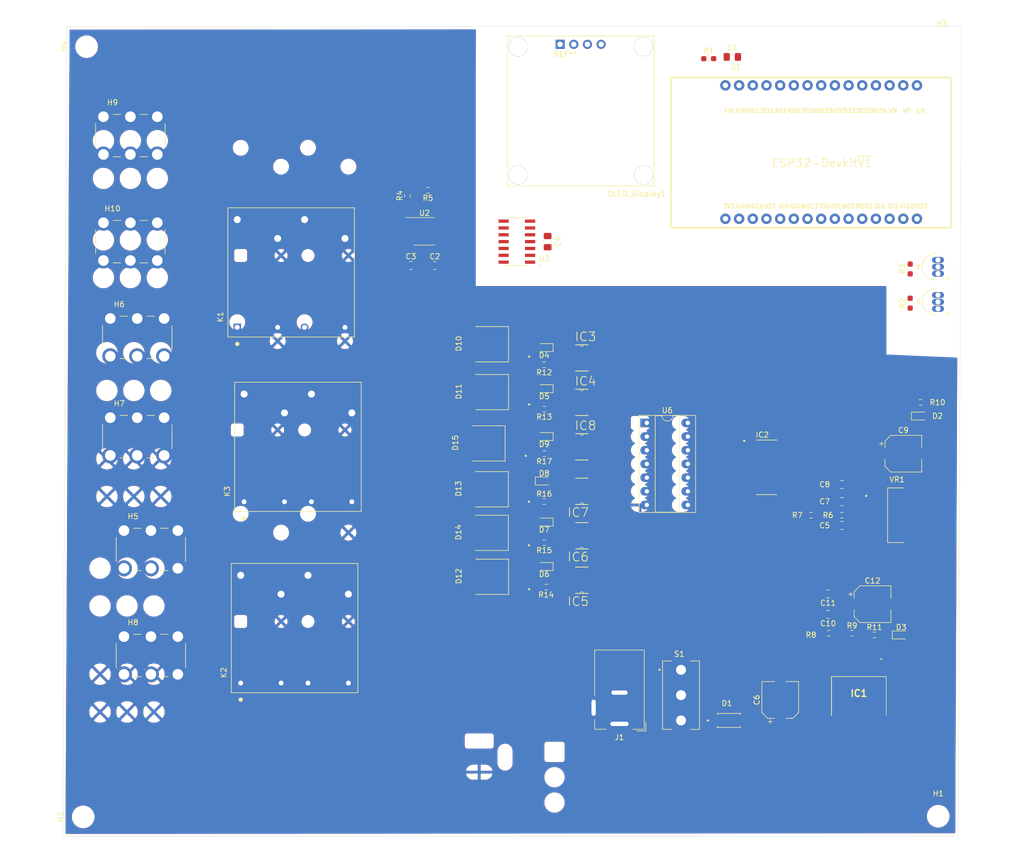
<source format=kicad_pcb>
(kicad_pcb (version 20171130) (host pcbnew "(5.1.10)-1")
  (layers (0 F.Cu signal) (31 B.Cu signal) (34 B.Paste user) (35 F.Paste user) (36 B.SilkS user) (37 F.SilkS user) (38 B.Mask user) (39 F.Mask user) (44 Edge.Cuts user))
  (net 0 "")
  (net 1 RESET)
  (net 2 DTR)
  (net 3 +3V3)
  (net 4 NEG_output)
  (net 5 Current_output_voltage)
  (net 6 +5V)
  (net 7 +12V)
  (net 8 Panel_A)
  (net 9 Panel_B)
  (net 10 Panel_C)
  (net 11 "Net-(D10-Pad2)")
  (net 12 "Net-(IC2-Pad6)")
  (net 13 "Net-(D11-Pad2)")
  (net 14 "Net-(IC3-Pad6)")
  (net 15 "Net-(IC3-Pad3)")
  (net 16 "Net-(IC3-Pad2)")
  (net 17 "Net-(D12-Pad2)")
  (net 18 "Net-(IC4-Pad6)")
  (net 19 "Net-(IC4-Pad3)")
  (net 20 "Net-(IC4-Pad2)")
  (net 21 "Net-(D14-Pad2)")
  (net 22 "Net-(IC5-Pad6)")
  (net 23 "Net-(IC5-Pad3)")
  (net 24 "Net-(IC5-Pad2)")
  (net 25 "Net-(D13-Pad2)")
  (net 26 "Net-(IC6-Pad6)")
  (net 27 "Net-(IC6-Pad3)")
  (net 28 "Net-(IC6-Pad2)")
  (net 29 "Net-(D15-Pad2)")
  (net 30 "Net-(IC7-Pad6)")
  (net 31 "Net-(IC7-Pad3)")
  (net 32 "Net-(IC7-Pad2)")
  (net 33 POS_output)
  (net 34 Panel_D)
  (net 35 Control_Signal1)
  (net 36 Control_Signal)
  (net 37 "Net-(U1-Pad17)")
  (net 38 "Net-(U1-Pad18)")
  (net 39 Temp_Output1)
  (net 40 Temp_Output)
  (net 41 "Net-(U1-Pad23)")
  (net 42 "Net-(U1-Pad24)")
  (net 43 "Net-(U1-Pad26)")
  (net 44 "Net-(U1-Pad27)")
  (net 45 GND1)
  (net 46 "Net-(U1-Pad15)")
  (net 47 SCL)
  (net 48 "Net-(U1-Pad13)")
  (net 49 "Net-(U1-Pad12)")
  (net 50 SDA)
  (net 51 "Net-(U1-Pad10)")
  (net 52 "Net-(U1-Pad9)")
  (net 53 "Net-(U1-Pad8)")
  (net 54 "Net-(U1-Pad7)")
  (net 55 "Net-(U1-Pad6)")
  (net 56 "Net-(U1-Pad5)")
  (net 57 "Net-(U1-Pad4)")
  (net 58 "Net-(U1-Pad3)")
  (net 59 "Net-(U1-Pad2)")
  (net 60 "Net-(U1-Pad1)")
  (net 61 "Net-(U3-Pad12)")
  (net 62 "Net-(U3-Pad11)")
  (net 63 "Net-(U3-Pad4)")
  (net 64 "Net-(U3-Pad3)")
  (net 65 VOLT_output)
  (net 66 "Net-(D2-Pad2)")
  (net 67 "Net-(D3-Pad2)")
  (net 68 "Net-(D4-Pad1)")
  (net 69 "Net-(D5-Pad1)")
  (net 70 "Net-(D6-Pad1)")
  (net 71 "Net-(D7-Pad1)")
  (net 72 "Net-(D8-Pad1)")
  (net 73 "Net-(D9-Pad1)")
  (net 74 "Net-(R6-Pad2)")
  (net 75 "Net-(D1-Pad2)")
  (net 76 "Net-(C3-Pad2)")
  (net 77 "Net-(IC1-Pad1)")
  (net 78 "Net-(IC2-Pad12)")
  (net 79 "Net-(IC2-Pad11)")
  (net 80 "Net-(IC2-Pad10)")
  (net 81 "Net-(IC2-Pad9)")
  (net 82 "Net-(IC2-Pad7)")
  (net 83 "Net-(IC2-Pad5)")
  (net 84 "Net-(IC2-Pad4)")
  (net 85 "Net-(IC8-Pad6)")
  (net 86 "Net-(IC8-Pad3)")
  (net 87 "Net-(IC8-Pad2)")
  (module DIOM5226X240N:DIOM5226X240N (layer F.Cu) (at 149.86 142.875)
    (fp_text reference D1 (at -0.375 -3.1875) (layer F.SilkS))
    (fp_text value D_Schottky)
    (pad 1 smd rect (at 2.135 0) (size 2.33 1.55) (layers F.Cu F.Paste F.Mask) (net 7 +12V))
    (pad 2 smd rect (at -2.135 0) (size 2.33 1.55) (layers F.Cu F.Paste F.Mask) (net 75 "Net-(D1-Pad2)"))
  )
  (module AH864C_STP:OLEDdisplay (layer F.Cu) (at 108.585 43.815)
    (fp_text reference OLED_Display1 (at 24.13 1.27) (layer F.SilkS))
    (fp_text value Conn_01x04)
    (fp_text user REF** (at 10.8966 -24.6126 180) (layer F.SilkS))
    (pad "" thru_hole circle (at 2.1336 -26.0096) (size 3.5 3.5) (drill 3.5) (layers *.Cu *.Mask))
    (pad "" thru_hole circle (at 2.1336 -2.2352) (size 3.5 3.5) (drill 3.5) (layers *.Cu *.Mask))
    (pad "" thru_hole circle (at 25.4254 -2.2098) (size 3.5 3.5) (drill 3.5) (layers *.Cu *.Mask))
    (pad 3 thru_hole oval (at 15.0114 -26.4668 90) (size 1.7 1.7) (drill 1) (layers *.Cu *.Mask) (net 47 SCL))
    (pad 4 thru_hole oval (at 17.5514 -26.4668 90) (size 1.7 1.7) (drill 1) (layers *.Cu *.Mask) (net 50 SDA))
    (pad 1 thru_hole rect (at 9.9314 -26.4668 90) (size 1.7 1.7) (drill 1) (layers *.Cu *.Mask) (net 1 RESET))
    (pad 2 thru_hole oval (at 12.4714 -26.4668 90) (size 1.7 1.7) (drill 1) (layers *.Cu *.Mask) (net 6 +5V))
    (pad "" thru_hole circle (at 25.4 -26.035) (size 3.5 3.5) (drill 3.5) (layers *.Cu *.Mask))
  )
  (module LM1117SX-3:TO254P1435X464-4N (layer F.Cu) (at 181.895 104.775)
    (fp_text reference VR1 (at -0.825 -6.635) (layer F.SilkS))
    (fp_text value LM1117SX-3.3_NOPB)
    (pad 4 smd rect (at 4.16 0) (size 6.84 10.58) (layers F.Cu F.Mask) (net 3 +3V3))
    (pad 3 smd rect (at -6.19 2.54) (size 2.79 1.05) (layers F.Cu F.Paste F.Mask) (net 7 +12V))
    (pad 2 smd rect (at -6.19 0) (size 2.79 1.05) (layers F.Cu F.Paste F.Mask) (net 3 +3V3))
    (pad 1 smd rect (at -6.19 -2.54) (size 2.79 1.05) (layers F.Cu F.Paste F.Mask) (net 74 "Net-(R6-Pad2)"))
  )
  (module Package_DIP:DIP-14_W7.62mm_Socket_LongPads (layer F.Cu) (at 134.62 87.63)
    (fp_text reference U6 (at 3.81 -2.33) (layer F.SilkS))
    (fp_text value SN74HCT04PW)
    (pad 14 thru_hole oval (at 7.62 0) (size 2.4 1.6) (drill 0.8) (layers *.Cu *.Mask) (net 6 +5V))
    (pad 7 thru_hole oval (at 0 15.24) (size 2.4 1.6) (drill 0.8) (layers *.Cu *.Mask) (net 4 NEG_output))
    (pad 13 thru_hole oval (at 7.62 2.54) (size 2.4 1.6) (drill 0.8) (layers *.Cu *.Mask) (net 83 "Net-(IC2-Pad5)"))
    (pad 6 thru_hole oval (at 0 12.7) (size 2.4 1.6) (drill 0.8) (layers *.Cu *.Mask) (net 87 "Net-(IC8-Pad2)"))
    (pad 12 thru_hole oval (at 7.62 5.08) (size 2.4 1.6) (drill 0.8) (layers *.Cu *.Mask) (net 16 "Net-(IC3-Pad2)"))
    (pad 5 thru_hole oval (at 0 10.16) (size 2.4 1.6) (drill 0.8) (layers *.Cu *.Mask) (net 81 "Net-(IC2-Pad9)"))
    (pad 11 thru_hole oval (at 7.62 7.62) (size 2.4 1.6) (drill 0.8) (layers *.Cu *.Mask) (net 12 "Net-(IC2-Pad6)"))
    (pad 4 thru_hole oval (at 0 7.62) (size 2.4 1.6) (drill 0.8) (layers *.Cu *.Mask) (net 32 "Net-(IC7-Pad2)"))
    (pad 10 thru_hole oval (at 7.62 10.16) (size 2.4 1.6) (drill 0.8) (layers *.Cu *.Mask) (net 20 "Net-(IC4-Pad2)"))
    (pad 3 thru_hole oval (at 0 5.08) (size 2.4 1.6) (drill 0.8) (layers *.Cu *.Mask) (net 80 "Net-(IC2-Pad10)"))
    (pad 9 thru_hole oval (at 7.62 12.7) (size 2.4 1.6) (drill 0.8) (layers *.Cu *.Mask) (net 82 "Net-(IC2-Pad7)"))
    (pad 2 thru_hole oval (at 0 2.54) (size 2.4 1.6) (drill 0.8) (layers *.Cu *.Mask) (net 28 "Net-(IC6-Pad2)"))
    (pad 8 thru_hole oval (at 7.62 15.24) (size 2.4 1.6) (drill 0.8) (layers *.Cu *.Mask) (net 24 "Net-(IC5-Pad2)"))
    (pad 1 thru_hole rect (at 0 0) (size 2.4 1.6) (drill 0.8) (layers *.Cu *.Mask) (net 79 "Net-(IC2-Pad11)"))
  )
  (module DS18B20:TO-92-TO92127P495H2044-3 (layer F.Cu) (at 187.920076 58.648898 90)
    (fp_text reference U5 (at 0.0195 -2.84316 90) (layer F.SilkS) (effects (font (size 0.48093 0.48093))))
    (fp_text value DS18B20)
    (pad 1 thru_hole oval (at -1.27 0.76025 90) (size 1.11 2.22) (drill 0.93) (layers *.Cu *.Mask) (net 1 RESET))
    (pad 2 thru_hole oval (at 0 0.76025 90) (size 1.11 2.22) (drill 0.93) (layers *.Cu *.Mask) (net 40 Temp_Output))
    (pad 3 thru_hole oval (at 1.27 0.76025 90) (size 1.11 2.22) (drill 0.93) (layers *.Cu *.Mask) (net 3 +3V3))
  )
  (module DS18B20:TO-92-TO92127P495H2044-3 (layer F.Cu) (at 187.920076 65.168898 90)
    (fp_text reference U4 (at 0.0195 -2.84316 90) (layer F.SilkS) (effects (font (size 0.48093 0.48093))))
    (fp_text value DS18B20)
    (pad 1 thru_hole oval (at -1.27 0.76025 90) (size 1.11 2.22) (drill 0.93) (layers *.Cu *.Mask) (net 1 RESET))
    (pad 2 thru_hole oval (at 0 0.76025 90) (size 1.11 2.22) (drill 0.93) (layers *.Cu *.Mask) (net 40 Temp_Output))
    (pad 3 thru_hole oval (at 1.27 0.76025 90) (size 1.11 2.22) (drill 0.93) (layers *.Cu *.Mask) (net 3 +3V3))
  )
  (module MCP3428-E_SL:SOIC127P600X175-14N (layer F.Cu) (at 110.49 53.975 180)
    (fp_text reference U3 (at -5.08 -3.175) (layer F.SilkS))
    (fp_text value MCP3428-E_SL)
    (pad 14 smd roundrect (at 2.455 -3.81 180) (size 1.9 0.6) (layers F.Cu F.Paste F.Mask) (roundrect_rratio 0.07000000000000001) (net 1 RESET))
    (pad 13 smd roundrect (at 2.455 -2.54 180) (size 1.9 0.6) (layers F.Cu F.Paste F.Mask) (roundrect_rratio 0.07000000000000001) (net 5 Current_output_voltage))
    (pad 12 smd roundrect (at 2.455 -1.27 180) (size 1.9 0.6) (layers F.Cu F.Paste F.Mask) (roundrect_rratio 0.07000000000000001) (net 61 "Net-(U3-Pad12)"))
    (pad 11 smd roundrect (at 2.455 0 180) (size 1.9 0.6) (layers F.Cu F.Paste F.Mask) (roundrect_rratio 0.07000000000000001) (net 62 "Net-(U3-Pad11)"))
    (pad 10 smd roundrect (at 2.455 1.27 180) (size 1.9 0.6) (layers F.Cu F.Paste F.Mask) (roundrect_rratio 0.07000000000000001) (net 1 RESET))
    (pad 9 smd roundrect (at 2.455 2.54 180) (size 1.9 0.6) (layers F.Cu F.Paste F.Mask) (roundrect_rratio 0.07000000000000001) (net 1 RESET))
    (pad 8 smd roundrect (at 2.455 3.81 180) (size 1.9 0.6) (layers F.Cu F.Paste F.Mask) (roundrect_rratio 0.07000000000000001) (net 47 SCL))
    (pad 7 smd roundrect (at -2.455 3.81 180) (size 1.9 0.6) (layers F.Cu F.Paste F.Mask) (roundrect_rratio 0.07000000000000001) (net 50 SDA))
    (pad 6 smd roundrect (at -2.455 2.54 180) (size 1.9 0.6) (layers F.Cu F.Paste F.Mask) (roundrect_rratio 0.07000000000000001) (net 6 +5V))
    (pad 5 smd roundrect (at -2.455 1.27 180) (size 1.9 0.6) (layers F.Cu F.Paste F.Mask) (roundrect_rratio 0.07000000000000001) (net 1 RESET))
    (pad 4 smd roundrect (at -2.455 0 180) (size 1.9 0.6) (layers F.Cu F.Paste F.Mask) (roundrect_rratio 0.07000000000000001) (net 63 "Net-(U3-Pad4)"))
    (pad 3 smd roundrect (at -2.455 -1.27 180) (size 1.9 0.6) (layers F.Cu F.Paste F.Mask) (roundrect_rratio 0.07000000000000001) (net 64 "Net-(U3-Pad3)"))
    (pad 2 smd roundrect (at -2.455 -2.54 180) (size 1.9 0.6) (layers F.Cu F.Paste F.Mask) (roundrect_rratio 0.07000000000000001) (net 1 RESET))
    (pad 1 smd roundrect (at -2.455 -3.81 180) (size 1.9 0.6) (layers F.Cu F.Paste F.Mask) (roundrect_rratio 0.07000000000000001) (net 65 VOLT_output))
  )
  (module Package_SO:SOIC-8_3.9x4.9mm_P1.27mm (layer F.Cu) (at 93.345 52.07)
    (fp_text reference U2 (at 0 -3.4) (layer F.SilkS))
    (fp_text value ACS714xLCTR-30A)
    (pad 8 smd roundrect (at 2.475 -1.905) (size 1.95 0.6) (layers F.Cu F.Paste F.Mask) (net 6 +5V))
    (pad 7 smd roundrect (at 2.475 -0.635) (size 1.95 0.6) (layers F.Cu F.Paste F.Mask) (net 5 Current_output_voltage))
    (pad 6 smd roundrect (at 2.475 0.635) (size 1.95 0.6) (layers F.Cu F.Paste F.Mask) (net 76 "Net-(C3-Pad2)"))
    (pad 5 smd roundrect (at 2.475 1.905) (size 1.95 0.6) (layers F.Cu F.Paste F.Mask) (net 4 NEG_output))
    (pad 4 smd roundrect (at -2.475 1.905) (size 1.95 0.6) (layers F.Cu F.Paste F.Mask) (net 4 NEG_output))
    (pad 3 smd roundrect (at -2.475 0.635) (size 1.95 0.6) (layers F.Cu F.Paste F.Mask) (net 4 NEG_output))
    (pad 2 smd roundrect (at -2.475 -0.635) (size 1.95 0.6) (layers F.Cu F.Paste F.Mask) (net 33 POS_output))
    (pad 1 smd roundrect (at -2.475 -1.905) (size 1.95 0.6) (layers F.Cu F.Paste F.Mask) (net 33 POS_output))
  )
  (module ESP32DEVKITV1:ESP32-DEVKITV1 (layer F.Cu) (at 172.085 36.195)
    (fp_text reference U1 (at -20.955 -14.605) (layer F.SilkS))
    (fp_text value ESP32DEVKITV1)
    (fp_text user ESP32-Devkit~V1 (at -4.93 3.18) (layer F.SilkS) (effects (font (size 1.52 1.52))))
    (fp_text user EN (at 13.37 -6.52) (layer F.SilkS) (effects (font (size 0.8 0.8))))
    (fp_text user VP (at 10.83 -6.52) (layer F.SilkS) (effects (font (size 0.8 0.8))))
    (fp_text user VN (at 8.29 -6.52) (layer F.SilkS) (effects (font (size 0.8 0.8))))
    (fp_text user IO34 (at 5.75 -6.52) (layer F.SilkS) (effects (font (size 0.8 0.8))))
    (fp_text user IO35 (at 3.21 -6.52) (layer F.SilkS) (effects (font (size 0.8 0.8))))
    (fp_text user IO32 (at 0.67 -6.52) (layer F.SilkS) (effects (font (size 0.8 0.8))))
    (fp_text user IO33 (at -1.87 -6.52) (layer F.SilkS) (effects (font (size 0.8 0.8))))
    (fp_text user IO25 (at -4.41 -6.52) (layer F.SilkS) (effects (font (size 0.8 0.8))))
    (fp_text user IO26 (at -6.95 -6.52) (layer F.SilkS) (effects (font (size 0.8 0.8))))
    (fp_text user IO27 (at -9.49 -6.52) (layer F.SilkS) (effects (font (size 0.8 0.8))))
    (fp_text user IO14 (at -12.03 -6.52) (layer F.SilkS) (effects (font (size 0.8 0.8))))
    (fp_text user IO12 (at -14.57 -6.52) (layer F.SilkS) (effects (font (size 0.8 0.8))))
    (fp_text user IO13 (at -17.11 -6.52) (layer F.SilkS) (effects (font (size 0.8 0.8))))
    (fp_text user GND (at -19.65 -6.52) (layer F.SilkS) (effects (font (size 0.8 0.8))))
    (fp_text user VIN (at -22.19 -6.52) (layer F.SilkS) (effects (font (size 0.8 0.8))))
    (fp_text user IO23 (at 13.35 11.2) (layer F.SilkS) (effects (font (size 0.8 0.8))))
    (fp_text user IO22 (at 10.81 11.2) (layer F.SilkS) (effects (font (size 0.8 0.8))))
    (fp_text user IO1 (at 8.27 11.2) (layer F.SilkS) (effects (font (size 0.8 0.8))))
    (fp_text user IO3 (at 5.73 11.2) (layer F.SilkS) (effects (font (size 0.8 0.8))))
    (fp_text user IO21 (at 3.19 11.2) (layer F.SilkS) (effects (font (size 0.8 0.8))))
    (fp_text user IO19 (at 0.65 11.2) (layer F.SilkS) (effects (font (size 0.8 0.8))))
    (fp_text user IO18 (at -1.89 11.2) (layer F.SilkS) (effects (font (size 0.8 0.8))))
    (fp_text user IO5 (at -4.43 11.2) (layer F.SilkS) (effects (font (size 0.8 0.8))))
    (fp_text user IO17 (at -6.97 11.2) (layer F.SilkS) (effects (font (size 0.8 0.8))))
    (fp_text user IO16 (at -9.51 11.2) (layer F.SilkS) (effects (font (size 0.8 0.8))))
    (fp_text user IO4 (at -12.05 11.2) (layer F.SilkS) (effects (font (size 0.8 0.8))))
    (fp_text user IO2 (at -14.59 11.2) (layer F.SilkS) (effects (font (size 0.8 0.8))))
    (fp_text user IO15 (at -17.13 11.2) (layer F.SilkS) (effects (font (size 0.8 0.8))))
    (fp_text user GND (at -19.67 11.2) (layer F.SilkS) (effects (font (size 0.8 0.8))))
    (fp_text user 3V3 (at -22.21 11.2) (layer F.SilkS) (effects (font (size 0.8 0.8))))
    (pad 16 thru_hole circle (at 12.69 -11.23) (size 1.9304 1.9304) (drill 1) (layers *.Cu *.Mask) (net 1 RESET))
    (pad 17 thru_hole circle (at 10.15 -11.23) (size 1.9304 1.9304) (drill 1) (layers *.Cu *.Mask) (net 37 "Net-(U1-Pad17)"))
    (pad 18 thru_hole circle (at 7.61 -11.23) (size 1.9304 1.9304) (drill 1) (layers *.Cu *.Mask) (net 38 "Net-(U1-Pad18)"))
    (pad 19 thru_hole circle (at 5.07 -11.23) (size 1.9304 1.9304) (drill 1) (layers *.Cu *.Mask) (net 39 Temp_Output1))
    (pad 20 thru_hole circle (at 2.53 -11.23) (size 1.9304 1.9304) (drill 1) (layers *.Cu *.Mask) (net 40 Temp_Output))
    (pad 21 thru_hole circle (at -0.01 -11.23) (size 1.9304 1.9304) (drill 1) (layers *.Cu *.Mask) (net 35 Control_Signal1))
    (pad 22 thru_hole circle (at -2.55 -11.23) (size 1.9304 1.9304) (drill 1) (layers *.Cu *.Mask) (net 36 Control_Signal))
    (pad 23 thru_hole circle (at -5.09 -11.23) (size 1.9304 1.9304) (drill 1) (layers *.Cu *.Mask) (net 41 "Net-(U1-Pad23)"))
    (pad 24 thru_hole circle (at -7.63 -11.23) (size 1.9304 1.9304) (drill 1) (layers *.Cu *.Mask) (net 42 "Net-(U1-Pad24)"))
    (pad 25 thru_hole circle (at -10.17 -11.23) (size 1.9304 1.9304) (drill 1) (layers *.Cu *.Mask))
    (pad 26 thru_hole circle (at -12.71 -11.23) (size 1.9304 1.9304) (drill 1) (layers *.Cu *.Mask) (net 43 "Net-(U1-Pad26)"))
    (pad 27 thru_hole circle (at -15.25 -11.23) (size 1.9304 1.9304) (drill 1) (layers *.Cu *.Mask) (net 44 "Net-(U1-Pad27)"))
    (pad 28 thru_hole circle (at -17.79 -11.23) (size 1.9304 1.9304) (drill 1) (layers *.Cu *.Mask) (net 1 RESET))
    (pad 29 thru_hole circle (at -20.33 -11.23) (size 1.9304 1.9304) (drill 1) (layers *.Cu *.Mask))
    (pad 30 thru_hole circle (at -22.87 -11.23) (size 1.9304 1.9304) (drill 1) (layers *.Cu *.Mask) (net 6 +5V))
    (pad 15 thru_hole circle (at 12.69 13.54) (size 1.9304 1.9304) (drill 1) (layers *.Cu *.Mask) (net 46 "Net-(U1-Pad15)"))
    (pad 14 thru_hole circle (at 10.15 13.54) (size 1.9304 1.9304) (drill 1) (layers *.Cu *.Mask) (net 47 SCL))
    (pad 13 thru_hole circle (at 7.61 13.54) (size 1.9304 1.9304) (drill 1) (layers *.Cu *.Mask) (net 48 "Net-(U1-Pad13)"))
    (pad 12 thru_hole circle (at 5.07 13.54) (size 1.9304 1.9304) (drill 1) (layers *.Cu *.Mask) (net 49 "Net-(U1-Pad12)"))
    (pad 11 thru_hole circle (at 2.53 13.54) (size 1.9304 1.9304) (drill 1) (layers *.Cu *.Mask) (net 50 SDA))
    (pad 10 thru_hole circle (at -0.01 13.54) (size 1.9304 1.9304) (drill 1) (layers *.Cu *.Mask) (net 51 "Net-(U1-Pad10)"))
    (pad 9 thru_hole circle (at -2.55 13.54) (size 1.9304 1.9304) (drill 1) (layers *.Cu *.Mask) (net 52 "Net-(U1-Pad9)"))
    (pad 8 thru_hole circle (at -5.09 13.54) (size 1.9304 1.9304) (drill 1) (layers *.Cu *.Mask) (net 53 "Net-(U1-Pad8)"))
    (pad 7 thru_hole circle (at -7.63 13.54) (size 1.9304 1.9304) (drill 1) (layers *.Cu *.Mask) (net 54 "Net-(U1-Pad7)"))
    (pad 6 thru_hole circle (at -10.17 13.54) (size 1.9304 1.9304) (drill 1) (layers *.Cu *.Mask) (net 55 "Net-(U1-Pad6)"))
    (pad 5 thru_hole circle (at -12.71 13.54) (size 1.9304 1.9304) (drill 1) (layers *.Cu *.Mask) (net 56 "Net-(U1-Pad5)"))
    (pad 4 thru_hole circle (at -15.25 13.54) (size 1.9304 1.9304) (drill 1) (layers *.Cu *.Mask) (net 57 "Net-(U1-Pad4)"))
    (pad 3 thru_hole circle (at -17.79 13.54) (size 1.9304 1.9304) (drill 1) (layers *.Cu *.Mask) (net 58 "Net-(U1-Pad3)"))
    (pad 2 thru_hole circle (at -20.33 13.54) (size 1.9304 1.9304) (drill 1) (layers *.Cu *.Mask) (net 59 "Net-(U1-Pad2)"))
    (pad 1 thru_hole circle (at -22.87 13.54) (size 1.9304 1.9304) (drill 1) (layers *.Cu *.Mask) (net 60 "Net-(U1-Pad1)"))
  )
  (module 100SP1T1B4M2QE:SW_100SP1T1B4M2QE (layer F.Cu) (at 140.97 138.175)
    (fp_text reference S1 (at -0.325 -7.635) (layer F.SilkS))
    (fp_text value 100SP1T1B4M2QE)
    (pad 3 thru_hole circle (at 0 4.7) (size 2.775 2.775) (drill 1.85) (layers *.Cu *.Mask) (net 75 "Net-(D1-Pad2)"))
    (pad 2 thru_hole circle (at 0 0) (size 2.775 2.775) (drill 1.85) (layers *.Cu *.Mask) (net 7 +12V))
    (pad 1 thru_hole rect (at 0 -4.7) (size 2.775 2.775) (drill 1.85) (layers *.Cu *.Mask) (net 4 NEG_output))
  )
  (module Resistor_SMD:R_0603_1608Metric_Pad0.98x0.95mm_HandSolder (layer F.Cu) (at 115.57 93.345 180)
    (fp_text reference R17 (at 0 -1.43) (layer F.SilkS))
    (fp_text value 560)
    (pad 2 smd roundrect (at 0.9125 0 180) (size 0.975 0.95) (layers F.Cu F.Paste F.Mask) (net 4 NEG_output))
    (pad 1 smd roundrect (at -0.9125 0 180) (size 0.975 0.95) (layers F.Cu F.Paste F.Mask) (net 73 "Net-(D9-Pad1)"))
  )
  (module Resistor_SMD:R_0603_1608Metric_Pad0.98x0.95mm_HandSolder (layer F.Cu) (at 115.57 102.235)
    (fp_text reference R16 (at 0 -1.43) (layer F.SilkS))
    (fp_text value 560)
    (pad 2 smd roundrect (at 0.9125 0) (size 0.975 0.95) (layers F.Cu F.Paste F.Mask) (net 4 NEG_output))
    (pad 1 smd roundrect (at -0.9125 0) (size 0.975 0.95) (layers F.Cu F.Paste F.Mask) (net 72 "Net-(D8-Pad1)"))
  )
  (module Resistor_SMD:R_0603_1608Metric_Pad0.98x0.95mm_HandSolder (layer F.Cu) (at 115.57 109.855 180)
    (fp_text reference R15 (at 0 -1.43) (layer F.SilkS))
    (fp_text value 560)
    (pad 2 smd roundrect (at 0.9125 0 180) (size 0.975 0.95) (layers F.Cu F.Paste F.Mask) (net 4 NEG_output))
    (pad 1 smd roundrect (at -0.9125 0 180) (size 0.975 0.95) (layers F.Cu F.Paste F.Mask) (net 71 "Net-(D7-Pad1)"))
  )
  (module Resistor_SMD:R_0603_1608Metric_Pad0.98x0.95mm_HandSolder (layer F.Cu) (at 115.9275 118.11 180)
    (fp_text reference R14 (at 0 -1.43) (layer F.SilkS))
    (fp_text value 560)
    (pad 2 smd roundrect (at 0.9125 0 180) (size 0.975 0.95) (layers F.Cu F.Paste F.Mask) (net 4 NEG_output))
    (pad 1 smd roundrect (at -0.9125 0 180) (size 0.975 0.95) (layers F.Cu F.Paste F.Mask) (net 70 "Net-(D6-Pad1)"))
  )
  (module Resistor_SMD:R_0603_1608Metric_Pad0.98x0.95mm_HandSolder (layer F.Cu) (at 115.57 85.09 180)
    (fp_text reference R13 (at 0 -1.43) (layer F.SilkS))
    (fp_text value 560)
    (pad 2 smd roundrect (at 0.9125 0 180) (size 0.975 0.95) (layers F.Cu F.Paste F.Mask) (net 4 NEG_output))
    (pad 1 smd roundrect (at -0.9125 0 180) (size 0.975 0.95) (layers F.Cu F.Paste F.Mask) (net 69 "Net-(D5-Pad1)"))
  )
  (module Resistor_SMD:R_0603_1608Metric_Pad0.98x0.95mm_HandSolder (layer F.Cu) (at 115.57 76.835 180)
    (fp_text reference R12 (at 0 -1.43) (layer F.SilkS))
    (fp_text value 560)
    (pad 2 smd roundrect (at 0.9125 0 180) (size 0.975 0.95) (layers F.Cu F.Paste F.Mask) (net 4 NEG_output))
    (pad 1 smd roundrect (at -0.9125 0 180) (size 0.975 0.95) (layers F.Cu F.Paste F.Mask) (net 68 "Net-(D4-Pad1)"))
  )
  (module Resistor_SMD:R_0603_1608Metric_Pad0.98x0.95mm_HandSolder (layer F.Cu) (at 176.8875 127)
    (fp_text reference R11 (at 0 -1.43) (layer F.SilkS))
    (fp_text value 1k)
    (pad 2 smd roundrect (at 0.9125 0) (size 0.975 0.95) (layers F.Cu F.Paste F.Mask) (net 67 "Net-(D3-Pad2)"))
    (pad 1 smd roundrect (at -0.9125 0) (size 0.975 0.95) (layers F.Cu F.Paste F.Mask) (net 6 +5V))
  )
  (module Resistor_SMD:R_0603_1608Metric_Pad0.98x0.95mm_HandSolder (layer F.Cu) (at 185.42 83.82)
    (fp_text reference R10 (at 3.175 0) (layer F.SilkS))
    (fp_text value 1k)
    (pad 2 smd roundrect (at 0.9125 0) (size 0.975 0.95) (layers F.Cu F.Paste F.Mask) (net 66 "Net-(D2-Pad2)"))
    (pad 1 smd roundrect (at -0.9125 0) (size 0.975 0.95) (layers F.Cu F.Paste F.Mask) (net 3 +3V3))
  )
  (module Resistor_SMD:R_0603_1608Metric_Pad0.98x0.95mm_HandSolder (layer F.Cu) (at 172.721 126.708)
    (fp_text reference R9 (at 0 -1.43) (layer F.SilkS))
    (fp_text value 715)
    (pad 2 smd roundrect (at 0.9125 0) (size 0.975 0.95) (layers F.Cu F.Paste F.Mask) (net 4 NEG_output))
    (pad 1 smd roundrect (at -0.9125 0) (size 0.975 0.95) (layers F.Cu F.Paste F.Mask) (net 77 "Net-(IC1-Pad1)"))
  )
  (module Resistor_SMD:R_0603_1608Metric_Pad0.98x0.95mm_HandSolder (layer F.Cu) (at 168.371 126.708)
    (fp_text reference R8 (at -3.271 0.292) (layer F.SilkS))
    (fp_text value 240)
    (pad 2 smd roundrect (at 0.9125 0) (size 0.975 0.95) (layers F.Cu F.Paste F.Mask) (net 77 "Net-(IC1-Pad1)"))
    (pad 1 smd roundrect (at -0.9125 0) (size 0.975 0.95) (layers F.Cu F.Paste F.Mask) (net 6 +5V))
  )
  (module Resistor_SMD:R_0603_1608Metric_Pad0.98x0.95mm_HandSolder (layer F.Cu) (at 165.1 104.775 180)
    (fp_text reference R7 (at 2.54 0) (layer F.SilkS))
    (fp_text value 390)
    (pad 2 smd roundrect (at 0.9125 0 180) (size 0.975 0.95) (layers F.Cu F.Paste F.Mask) (net 4 NEG_output))
    (pad 1 smd roundrect (at -0.9125 0 180) (size 0.975 0.95) (layers F.Cu F.Paste F.Mask) (net 74 "Net-(R6-Pad2)"))
  )
  (module Resistor_SMD:R_0603_1608Metric_Pad0.98x0.95mm_HandSolder (layer F.Cu) (at 170.815 104.775 180)
    (fp_text reference R6 (at 2.54 0) (layer F.SilkS))
    (fp_text value 240)
    (pad 2 smd roundrect (at 0.9125 0 180) (size 0.975 0.95) (layers F.Cu F.Paste F.Mask) (net 74 "Net-(R6-Pad2)"))
    (pad 1 smd roundrect (at -0.9125 0 180) (size 0.975 0.95) (layers F.Cu F.Paste F.Mask) (net 3 +3V3))
  )
  (module Resistor_SMD:R_0603_1608Metric_Pad0.98x0.95mm_HandSolder (layer F.Cu) (at 93.98 44.45 180)
    (fp_text reference R5 (at 0 -1.43) (layer F.SilkS))
    (fp_text value 3K)
    (pad 2 smd roundrect (at 0.9125 0 180) (size 0.975 0.95) (layers F.Cu F.Paste F.Mask) (net 4 NEG_output))
    (pad 1 smd roundrect (at -0.9125 0 180) (size 0.975 0.95) (layers F.Cu F.Paste F.Mask) (net 65 VOLT_output))
  )
  (module Resistor_SMD:R_0603_1608Metric_Pad0.98x0.95mm_HandSolder (layer F.Cu) (at 90.17 45.4425 90)
    (fp_text reference R4 (at 0 -1.43 90) (layer F.SilkS))
    (fp_text value 82K)
    (pad 2 smd roundrect (at 0.9125 0 90) (size 0.975 0.95) (layers F.Cu F.Paste F.Mask) (net 65 VOLT_output))
    (pad 1 smd roundrect (at -0.9125 0 90) (size 0.975 0.95) (layers F.Cu F.Paste F.Mask) (net 33 POS_output))
  )
  (module Resistor_SMD:R_0603_1608Metric_Pad0.98x0.95mm_HandSolder (layer F.Cu) (at 183.515 59.055 90)
    (fp_text reference R3 (at 0 -1.43 90) (layer F.SilkS))
    (fp_text value 4.7k)
    (pad 2 smd roundrect (at 0.9125 0 90) (size 0.975 0.95) (layers F.Cu F.Paste F.Mask) (net 3 +3V3))
    (pad 1 smd roundrect (at -0.9125 0 90) (size 0.975 0.95) (layers F.Cu F.Paste F.Mask) (net 3 +3V3))
  )
  (module Resistor_SMD:R_0603_1608Metric_Pad0.98x0.95mm_HandSolder (layer F.Cu) (at 183.515 65.405 90)
    (fp_text reference R2 (at 0 -1.43 90) (layer F.SilkS))
    (fp_text value 4.7k)
    (pad 2 smd roundrect (at 0.9125 0 90) (size 0.975 0.95) (layers F.Cu F.Paste F.Mask) (net 3 +3V3))
    (pad 1 smd roundrect (at -0.9125 0 90) (size 0.975 0.95) (layers F.Cu F.Paste F.Mask) (net 3 +3V3))
  )
  (module Resistor_SMD:R_0603_1608Metric_Pad0.98x0.95mm_HandSolder (layer F.Cu) (at 146.111 20.003)
    (fp_text reference R1 (at 0 -1.43) (layer F.SilkS))
    (fp_text value 10k)
    (pad 2 smd roundrect (at 0.9125 0) (size 0.975 0.95) (layers F.Cu F.Paste F.Mask) (net 1 RESET))
    (pad 1 smd roundrect (at -0.9125 0) (size 0.975 0.95) (layers F.Cu F.Paste F.Mask) (net 6 +5V))
  )
  (module FTR-J2AK006W:RELAY_FTR-J2AK006W (layer F.Cu) (at 69.85 92.075 90)
    (fp_text reference K3 (at -8.277375 -13.138885 90) (layer F.SilkS) (effects (font (size 1.000291 1.000291))))
    (fp_text value FTR-J2AK006W)
    (pad 5 thru_hole circle (at 9.8 -10 90) (size 1.95 1.95) (drill 1.3) (layers *.Cu *.Mask) (net 10 Panel_C))
    (pad 8 thru_hole circle (at 6.3 10 90) (size 1.95 1.95) (drill 1.3) (layers *.Cu *.Mask) (net 4 NEG_output))
    (pad 7 thru_hole circle (at 9.8 2.5 90) (size 1.95 1.95) (drill 1.3) (layers *.Cu *.Mask) (net 34 Panel_D))
    (pad 6 thru_hole circle (at 6.3 -2.5 90) (size 1.95 1.95) (drill 1.3) (layers *.Cu *.Mask) (net 4 NEG_output))
    (pad 4 thru_hole circle (at -10.2 10 90) (size 1.408 1.408) (drill 0.9) (layers *.Cu *.Mask) (net 4 NEG_output))
    (pad 1 thru_hole rect (at -10.2 -10 90) (size 1.408 1.408) (drill 0.9) (layers *.Cu *.Mask) (net 25 "Net-(D13-Pad2)"))
    (pad 3 thru_hole circle (at -10.2 2.5 90) (size 1.408 1.408) (drill 0.9) (layers *.Cu *.Mask) (net 29 "Net-(D15-Pad2)"))
    (pad 2 thru_hole circle (at -10.2 -2.5 90) (size 1.408 1.408) (drill 0.9) (layers *.Cu *.Mask) (net 4 NEG_output))
  )
  (module FTR-J2AK006W:RELAY_FTR-J2AK006W (layer F.Cu) (at 69.215 125.73 90)
    (fp_text reference K2 (at -8.277375 -13.138885 90) (layer F.SilkS) (effects (font (size 1.000291 1.000291))))
    (fp_text value FTR-J2AK006W)
    (pad 5 thru_hole circle (at 9.8 -10 90) (size 1.95 1.95) (drill 1.3) (layers *.Cu *.Mask) (net 8 Panel_A))
    (pad 8 thru_hole circle (at 6.3 10 90) (size 1.95 1.95) (drill 1.3) (layers *.Cu *.Mask) (net 4 NEG_output))
    (pad 7 thru_hole circle (at 9.8 2.5 90) (size 1.95 1.95) (drill 1.3) (layers *.Cu *.Mask) (net 34 Panel_D))
    (pad 6 thru_hole circle (at 6.3 -2.5 90) (size 1.95 1.95) (drill 1.3) (layers *.Cu *.Mask) (net 33 POS_output))
    (pad 4 thru_hole circle (at -10.2 10 90) (size 1.408 1.408) (drill 0.9) (layers *.Cu *.Mask) (net 4 NEG_output))
    (pad 1 thru_hole rect (at -10.2 -10 90) (size 1.408 1.408) (drill 0.9) (layers *.Cu *.Mask) (net 17 "Net-(D12-Pad2)"))
    (pad 3 thru_hole circle (at -10.2 2.5 90) (size 1.408 1.408) (drill 0.9) (layers *.Cu *.Mask) (net 21 "Net-(D14-Pad2)"))
    (pad 2 thru_hole circle (at -10.2 -2.5 90) (size 1.408 1.408) (drill 0.9) (layers *.Cu *.Mask) (net 4 NEG_output))
  )
  (module FTR-J2AK006W:RELAY_FTR-J2AK006W (layer F.Cu) (at 68.58 59.69 90)
    (fp_text reference K1 (at -8.277375 -13.138885 90) (layer F.SilkS) (effects (font (size 1.000291 1.000291))))
    (fp_text value FTR-J2AK006W)
    (pad 5 thru_hole circle (at 9.8 -10 90) (size 1.95 1.95) (drill 1.3) (layers *.Cu *.Mask) (net 10 Panel_C))
    (pad 8 thru_hole circle (at 6.3 10 90) (size 1.95 1.95) (drill 1.3) (layers *.Cu *.Mask) (net 33 POS_output))
    (pad 7 thru_hole circle (at 9.8 2.5 90) (size 1.95 1.95) (drill 1.3) (layers *.Cu *.Mask) (net 9 Panel_B))
    (pad 6 thru_hole circle (at 6.3 -2.5 90) (size 1.95 1.95) (drill 1.3) (layers *.Cu *.Mask) (net 33 POS_output))
    (pad 4 thru_hole circle (at -10.2 10 90) (size 1.408 1.408) (drill 0.9) (layers *.Cu *.Mask) (net 4 NEG_output))
    (pad 1 thru_hole rect (at -10.2 -10 90) (size 1.408 1.408) (drill 0.9) (layers *.Cu *.Mask) (net 11 "Net-(D10-Pad2)"))
    (pad 3 thru_hole circle (at -10.2 2.5 90) (size 1.408 1.408) (drill 0.9) (layers *.Cu *.Mask) (net 13 "Net-(D11-Pad2)"))
    (pad 2 thru_hole circle (at -10.2 -2.5 90) (size 1.408 1.408) (drill 0.9) (layers *.Cu *.Mask) (net 4 NEG_output))
  )
  (module Connector_BarrelJack:BarrelJack_Wuerth_6941xx301002 (layer F.Cu) (at 129.54 143.51 180)
    (fp_text reference J1 (at 0 -2.5) (layer F.SilkS))
    (fp_text value Barrel_Jack_MountingPin)
    (pad 1 thru_hole rect (at 0 0 180) (size 4.4 1.8) (drill oval 3.4 0.8) (layers *.Cu *.Mask) (net 7 +12V))
    (pad 2 thru_hole oval (at 0 5.8 180) (size 4 1.8) (drill oval 3 0.8) (layers *.Cu *.Mask) (net 4 NEG_output))
    (pad 3 thru_hole oval (at 4.8 3 270) (size 4 1.8) (drill oval 3 0.8) (layers *.Cu *.Mask))
  )
  (module MCP1407:SOIC127P600X175-8N (layer F.Cu) (at 122.555 92.075)
    (fp_text reference IC8 (at 0.686115 -3.938795) (layer F.SilkS) (effects (font (size 1.640748 1.640748))))
    (fp_text value MCP1407T-E_SN)
    (pad 8 smd rect (at 2.3622 -1.905) (size 1.9812 0.5588) (layers F.Cu F.Paste F.Mask) (net 7 +12V))
    (pad 7 smd rect (at 2.3622 -0.635) (size 1.9812 0.5588) (layers F.Cu F.Paste F.Mask) (net 29 "Net-(D15-Pad2)"))
    (pad 6 smd rect (at 2.3622 0.635) (size 1.9812 0.5588) (layers F.Cu F.Paste F.Mask) (net 85 "Net-(IC8-Pad6)"))
    (pad 5 smd rect (at 2.3622 1.905) (size 1.9812 0.5588) (layers F.Cu F.Paste F.Mask) (net 4 NEG_output))
    (pad 4 smd rect (at -2.3622 1.905) (size 1.9812 0.5588) (layers F.Cu F.Paste F.Mask) (net 4 NEG_output))
    (pad 3 smd rect (at -2.3622 0.635) (size 1.9812 0.5588) (layers F.Cu F.Paste F.Mask) (net 86 "Net-(IC8-Pad3)"))
    (pad 2 smd rect (at -2.3622 -0.635) (size 1.9812 0.5588) (layers F.Cu F.Paste F.Mask) (net 87 "Net-(IC8-Pad2)"))
    (pad 1 smd rect (at -2.3622 -1.905) (size 1.9812 0.5588) (layers F.Cu F.Paste F.Mask) (net 7 +12V))
  )
  (module MCP1407:SOIC127P600X175-8N (layer F.Cu) (at 122.555 100.33 180)
    (fp_text reference IC7 (at 0.686115 -3.938795) (layer F.SilkS) (effects (font (size 1.640748 1.640748))))
    (fp_text value MCP1407T-E_SN)
    (pad 8 smd rect (at 2.3622 -1.905 180) (size 1.9812 0.5588) (layers F.Cu F.Paste F.Mask) (net 7 +12V))
    (pad 7 smd rect (at 2.3622 -0.635 180) (size 1.9812 0.5588) (layers F.Cu F.Paste F.Mask) (net 25 "Net-(D13-Pad2)"))
    (pad 6 smd rect (at 2.3622 0.635 180) (size 1.9812 0.5588) (layers F.Cu F.Paste F.Mask) (net 30 "Net-(IC7-Pad6)"))
    (pad 5 smd rect (at 2.3622 1.905 180) (size 1.9812 0.5588) (layers F.Cu F.Paste F.Mask) (net 4 NEG_output))
    (pad 4 smd rect (at -2.3622 1.905 180) (size 1.9812 0.5588) (layers F.Cu F.Paste F.Mask) (net 4 NEG_output))
    (pad 3 smd rect (at -2.3622 0.635 180) (size 1.9812 0.5588) (layers F.Cu F.Paste F.Mask) (net 31 "Net-(IC7-Pad3)"))
    (pad 2 smd rect (at -2.3622 -0.635 180) (size 1.9812 0.5588) (layers F.Cu F.Paste F.Mask) (net 32 "Net-(IC7-Pad2)"))
    (pad 1 smd rect (at -2.3622 -1.905 180) (size 1.9812 0.5588) (layers F.Cu F.Paste F.Mask) (net 7 +12V))
  )
  (module MCP1407:SOIC127P600X175-8N (layer F.Cu) (at 122.555 108.585 180)
    (fp_text reference IC6 (at 0.686115 -3.938795) (layer F.SilkS) (effects (font (size 1.640748 1.640748))))
    (fp_text value MCP1407T-E_SN)
    (pad 8 smd rect (at 2.3622 -1.905 180) (size 1.9812 0.5588) (layers F.Cu F.Paste F.Mask) (net 7 +12V))
    (pad 7 smd rect (at 2.3622 -0.635 180) (size 1.9812 0.5588) (layers F.Cu F.Paste F.Mask) (net 21 "Net-(D14-Pad2)"))
    (pad 6 smd rect (at 2.3622 0.635 180) (size 1.9812 0.5588) (layers F.Cu F.Paste F.Mask) (net 26 "Net-(IC6-Pad6)"))
    (pad 5 smd rect (at 2.3622 1.905 180) (size 1.9812 0.5588) (layers F.Cu F.Paste F.Mask) (net 4 NEG_output))
    (pad 4 smd rect (at -2.3622 1.905 180) (size 1.9812 0.5588) (layers F.Cu F.Paste F.Mask) (net 4 NEG_output))
    (pad 3 smd rect (at -2.3622 0.635 180) (size 1.9812 0.5588) (layers F.Cu F.Paste F.Mask) (net 27 "Net-(IC6-Pad3)"))
    (pad 2 smd rect (at -2.3622 -0.635 180) (size 1.9812 0.5588) (layers F.Cu F.Paste F.Mask) (net 28 "Net-(IC6-Pad2)"))
    (pad 1 smd rect (at -2.3622 -1.905 180) (size 1.9812 0.5588) (layers F.Cu F.Paste F.Mask) (net 7 +12V))
  )
  (module MCP1407:SOIC127P600X175-8N (layer F.Cu) (at 122.555 116.84 180)
    (fp_text reference IC5 (at 0.686115 -3.938795) (layer F.SilkS) (effects (font (size 1.640748 1.640748))))
    (fp_text value MCP1407T-E_SN)
    (pad 8 smd rect (at 2.3622 -1.905 180) (size 1.9812 0.5588) (layers F.Cu F.Paste F.Mask) (net 7 +12V))
    (pad 7 smd rect (at 2.3622 -0.635 180) (size 1.9812 0.5588) (layers F.Cu F.Paste F.Mask) (net 17 "Net-(D12-Pad2)"))
    (pad 6 smd rect (at 2.3622 0.635 180) (size 1.9812 0.5588) (layers F.Cu F.Paste F.Mask) (net 22 "Net-(IC5-Pad6)"))
    (pad 5 smd rect (at 2.3622 1.905 180) (size 1.9812 0.5588) (layers F.Cu F.Paste F.Mask) (net 4 NEG_output))
    (pad 4 smd rect (at -2.3622 1.905 180) (size 1.9812 0.5588) (layers F.Cu F.Paste F.Mask) (net 4 NEG_output))
    (pad 3 smd rect (at -2.3622 0.635 180) (size 1.9812 0.5588) (layers F.Cu F.Paste F.Mask) (net 23 "Net-(IC5-Pad3)"))
    (pad 2 smd rect (at -2.3622 -0.635 180) (size 1.9812 0.5588) (layers F.Cu F.Paste F.Mask) (net 24 "Net-(IC5-Pad2)"))
    (pad 1 smd rect (at -2.3622 -1.905 180) (size 1.9812 0.5588) (layers F.Cu F.Paste F.Mask) (net 7 +12V))
  )
  (module MCP1407:SOIC127P600X175-8N (layer F.Cu) (at 122.555 83.82)
    (fp_text reference IC4 (at 0.686115 -3.938795) (layer F.SilkS) (effects (font (size 1.640748 1.640748))))
    (fp_text value MCP1407T-E_SN)
    (pad 8 smd rect (at 2.3622 -1.905) (size 1.9812 0.5588) (layers F.Cu F.Paste F.Mask) (net 7 +12V))
    (pad 7 smd rect (at 2.3622 -0.635) (size 1.9812 0.5588) (layers F.Cu F.Paste F.Mask) (net 13 "Net-(D11-Pad2)"))
    (pad 6 smd rect (at 2.3622 0.635) (size 1.9812 0.5588) (layers F.Cu F.Paste F.Mask) (net 18 "Net-(IC4-Pad6)"))
    (pad 5 smd rect (at 2.3622 1.905) (size 1.9812 0.5588) (layers F.Cu F.Paste F.Mask) (net 4 NEG_output))
    (pad 4 smd rect (at -2.3622 1.905) (size 1.9812 0.5588) (layers F.Cu F.Paste F.Mask) (net 4 NEG_output))
    (pad 3 smd rect (at -2.3622 0.635) (size 1.9812 0.5588) (layers F.Cu F.Paste F.Mask) (net 19 "Net-(IC4-Pad3)"))
    (pad 2 smd rect (at -2.3622 -0.635) (size 1.9812 0.5588) (layers F.Cu F.Paste F.Mask) (net 20 "Net-(IC4-Pad2)"))
    (pad 1 smd rect (at -2.3622 -1.905) (size 1.9812 0.5588) (layers F.Cu F.Paste F.Mask) (net 7 +12V))
  )
  (module MCP1407:SOIC127P600X175-8N (layer F.Cu) (at 122.555 75.565)
    (fp_text reference IC3 (at 0.686115 -3.938795) (layer F.SilkS) (effects (font (size 1.640748 1.640748))))
    (fp_text value MCP1407T-E_SN)
    (pad 8 smd rect (at 2.3622 -1.905) (size 1.9812 0.5588) (layers F.Cu F.Paste F.Mask) (net 7 +12V))
    (pad 7 smd rect (at 2.3622 -0.635) (size 1.9812 0.5588) (layers F.Cu F.Paste F.Mask) (net 11 "Net-(D10-Pad2)"))
    (pad 6 smd rect (at 2.3622 0.635) (size 1.9812 0.5588) (layers F.Cu F.Paste F.Mask) (net 14 "Net-(IC3-Pad6)"))
    (pad 5 smd rect (at 2.3622 1.905) (size 1.9812 0.5588) (layers F.Cu F.Paste F.Mask) (net 4 NEG_output))
    (pad 4 smd rect (at -2.3622 1.905) (size 1.9812 0.5588) (layers F.Cu F.Paste F.Mask) (net 4 NEG_output))
    (pad 3 smd rect (at -2.3622 0.635) (size 1.9812 0.5588) (layers F.Cu F.Paste F.Mask) (net 15 "Net-(IC3-Pad3)"))
    (pad 2 smd rect (at -2.3622 -0.635) (size 1.9812 0.5588) (layers F.Cu F.Paste F.Mask) (net 16 "Net-(IC3-Pad2)"))
    (pad 1 smd rect (at -2.3622 -1.905) (size 1.9812 0.5588) (layers F.Cu F.Paste F.Mask) (net 7 +12V))
  )
  (module SN74HC139D:SOIC127P600X175-16N (layer F.Cu) (at 156.845 95.885)
    (fp_text reference IC2 (at -0.795 -6.035) (layer F.SilkS))
    (fp_text value SN74HC139D)
    (pad 16 smd roundrect (at 2.475 -4.445) (size 1.97 0.6) (layers F.Cu F.Paste F.Mask) (roundrect_rratio 0.07000000000000001) (net 6 +5V))
    (pad 15 smd roundrect (at 2.475 -3.175) (size 1.97 0.6) (layers F.Cu F.Paste F.Mask) (roundrect_rratio 0.07000000000000001) (net 4 NEG_output))
    (pad 14 smd roundrect (at 2.475 -1.905) (size 1.97 0.6) (layers F.Cu F.Paste F.Mask) (roundrect_rratio 0.07000000000000001) (net 35 Control_Signal1))
    (pad 13 smd roundrect (at 2.475 -0.635) (size 1.97 0.6) (layers F.Cu F.Paste F.Mask) (roundrect_rratio 0.07000000000000001) (net 36 Control_Signal))
    (pad 12 smd roundrect (at 2.475 0.635) (size 1.97 0.6) (layers F.Cu F.Paste F.Mask) (roundrect_rratio 0.07000000000000001) (net 78 "Net-(IC2-Pad12)"))
    (pad 11 smd roundrect (at 2.475 1.905) (size 1.97 0.6) (layers F.Cu F.Paste F.Mask) (roundrect_rratio 0.07000000000000001) (net 79 "Net-(IC2-Pad11)"))
    (pad 10 smd roundrect (at 2.475 3.175) (size 1.97 0.6) (layers F.Cu F.Paste F.Mask) (roundrect_rratio 0.07000000000000001) (net 80 "Net-(IC2-Pad10)"))
    (pad 9 smd roundrect (at 2.475 4.445) (size 1.97 0.6) (layers F.Cu F.Paste F.Mask) (roundrect_rratio 0.07000000000000001) (net 81 "Net-(IC2-Pad9)"))
    (pad 8 smd roundrect (at -2.475 4.445) (size 1.97 0.6) (layers F.Cu F.Paste F.Mask) (roundrect_rratio 0.07000000000000001) (net 4 NEG_output))
    (pad 7 smd roundrect (at -2.475 3.175) (size 1.97 0.6) (layers F.Cu F.Paste F.Mask) (roundrect_rratio 0.07000000000000001) (net 82 "Net-(IC2-Pad7)"))
    (pad 6 smd roundrect (at -2.475 1.905) (size 1.97 0.6) (layers F.Cu F.Paste F.Mask) (roundrect_rratio 0.07000000000000001) (net 12 "Net-(IC2-Pad6)"))
    (pad 5 smd roundrect (at -2.475 0.635) (size 1.97 0.6) (layers F.Cu F.Paste F.Mask) (roundrect_rratio 0.07000000000000001) (net 83 "Net-(IC2-Pad5)"))
    (pad 4 smd roundrect (at -2.475 -0.635) (size 1.97 0.6) (layers F.Cu F.Paste F.Mask) (roundrect_rratio 0.07000000000000001) (net 84 "Net-(IC2-Pad4)"))
    (pad 3 smd roundrect (at -2.475 -1.905) (size 1.97 0.6) (layers F.Cu F.Paste F.Mask) (roundrect_rratio 0.07000000000000001) (net 35 Control_Signal1))
    (pad 2 smd roundrect (at -2.475 -3.175) (size 1.97 0.6) (layers F.Cu F.Paste F.Mask) (roundrect_rratio 0.07000000000000001) (net 36 Control_Signal))
    (pad 1 smd roundrect (at -2.475 -4.445) (size 1.97 0.6) (layers F.Cu F.Paste F.Mask) (roundrect_rratio 0.07000000000000001) (net 4 NEG_output))
  )
  (module LIB_LM1117SX-5:LM1117SX50NOPB (layer F.Cu) (at 173.99 139.065 180)
    (fp_text reference IC1 (at 0 1.225) (layer F.SilkS) (effects (font (size 1.27 1.27) (thickness 0.254))))
    (fp_text value LM1117SX-5.0_NOPB hide)
    (pad 5 smd rect (at 0 -1.95 270) (size 5.08 8.33) (layers F.Cu F.Paste F.Mask) (net 6 +5V))
    (pad 4 smd rect (at 0 -5.445 270) (size 1.91 10.8) (layers F.Cu F.Paste F.Mask) (net 6 +5V))
    (pad 3 smd rect (at 2.54 7.77 180) (size 1.07 2.16) (layers F.Cu F.Paste F.Mask) (net 7 +12V))
    (pad 2 smd rect (at 0 7.77 180) (size 1.07 2.16) (layers F.Cu F.Paste F.Mask) (net 6 +5V))
    (pad 1 smd rect (at -2.54 7.77 180) (size 1.07 2.16) (layers F.Cu F.Paste F.Mask) (net 77 "Net-(IC1-Pad1)"))
  )
  (module "8197 (1):KEYSTONE_8197" (layer F.Cu) (at 38.735 53.975)
    (fp_text reference H10 (at -3.325 -6.135) (layer F.SilkS))
    (fp_text value NEG_output)
    (pad 6 thru_hole circle (at 5 -3.505) (size 2.97 2.97) (drill 1.98) (layers *.Cu *.Mask) (net 4 NEG_output))
    (pad 5 thru_hole circle (at 5 3.505) (size 2.97 2.97) (drill 1.98) (layers *.Cu *.Mask) (net 4 NEG_output))
    (pad 4 thru_hole circle (at 0 -3.505) (size 2.97 2.97) (drill 1.98) (layers *.Cu *.Mask) (net 4 NEG_output))
    (pad 3 thru_hole circle (at 0 3.505) (size 2.97 2.97) (drill 1.98) (layers *.Cu *.Mask) (net 4 NEG_output))
    (pad 2 thru_hole circle (at -5 -3.505) (size 2.97 2.97) (drill 1.98) (layers *.Cu *.Mask) (net 4 NEG_output))
    (pad 1 thru_hole circle (at -5 3.505) (size 2.97 2.97) (drill 1.98) (layers *.Cu *.Mask) (net 4 NEG_output))
  )
  (module "8197 (1):KEYSTONE_8197" (layer F.Cu) (at 38.735 34.29)
    (fp_text reference H9 (at -3.325 -6.135) (layer F.SilkS))
    (fp_text value POS_output)
    (pad 6 thru_hole circle (at 5 -3.505) (size 2.97 2.97) (drill 1.98) (layers *.Cu *.Mask) (net 33 POS_output))
    (pad 5 thru_hole circle (at 5 3.505) (size 2.97 2.97) (drill 1.98) (layers *.Cu *.Mask) (net 33 POS_output))
    (pad 4 thru_hole circle (at 0 -3.505) (size 2.97 2.97) (drill 1.98) (layers *.Cu *.Mask) (net 33 POS_output))
    (pad 3 thru_hole circle (at 0 3.505) (size 2.97 2.97) (drill 1.98) (layers *.Cu *.Mask) (net 33 POS_output))
    (pad 2 thru_hole circle (at -5 -3.505) (size 2.97 2.97) (drill 1.98) (layers *.Cu *.Mask) (net 33 POS_output))
    (pad 1 thru_hole circle (at -5 3.505) (size 2.97 2.97) (drill 1.98) (layers *.Cu *.Mask) (net 33 POS_output))
  )
  (module "8197 (1):KEYSTONE_8197" (layer F.Cu) (at 42.545 130.81)
    (fp_text reference H8 (at -3.325 -6.135) (layer F.SilkS))
    (fp_text value "Panel D")
    (pad 6 thru_hole circle (at 5 -3.505) (size 2.97 2.97) (drill 1.98) (layers *.Cu *.Mask) (net 4 NEG_output))
    (pad 5 thru_hole circle (at 5 3.505) (size 2.97 2.97) (drill 1.98) (layers *.Cu *.Mask) (net 4 NEG_output))
    (pad 4 thru_hole circle (at 0 -3.505) (size 2.97 2.97) (drill 1.98) (layers *.Cu *.Mask) (net 4 NEG_output))
    (pad 3 thru_hole circle (at 0 3.505) (size 2.97 2.97) (drill 1.98) (layers *.Cu *.Mask) (net 4 NEG_output))
    (pad 2 thru_hole circle (at -5 -3.505) (size 2.97 2.97) (drill 1.98) (layers *.Cu *.Mask) (net 4 NEG_output))
    (pad 1 thru_hole circle (at -5 3.505) (size 2.97 2.97) (drill 1.98) (layers *.Cu *.Mask) (net 4 NEG_output))
  )
  (module "8197 (1):KEYSTONE_8197" (layer F.Cu) (at 40.005 90.17)
    (fp_text reference H7 (at -3.325 -6.135) (layer F.SilkS))
    (fp_text value "Panel C")
    (pad 6 thru_hole circle (at 5 -3.505) (size 2.97 2.97) (drill 1.98) (layers *.Cu *.Mask) (net 10 Panel_C))
    (pad 5 thru_hole circle (at 5 3.505) (size 2.97 2.97) (drill 1.98) (layers *.Cu *.Mask) (net 10 Panel_C))
    (pad 4 thru_hole circle (at 0 -3.505) (size 2.97 2.97) (drill 1.98) (layers *.Cu *.Mask) (net 10 Panel_C))
    (pad 3 thru_hole circle (at 0 3.505) (size 2.97 2.97) (drill 1.98) (layers *.Cu *.Mask) (net 10 Panel_C))
    (pad 2 thru_hole circle (at -5 -3.505) (size 2.97 2.97) (drill 1.98) (layers *.Cu *.Mask) (net 10 Panel_C))
    (pad 1 thru_hole circle (at -5 3.505) (size 2.97 2.97) (drill 1.98) (layers *.Cu *.Mask) (net 10 Panel_C))
  )
  (module "8197 (1):KEYSTONE_8197" (layer F.Cu) (at 40.005 71.755)
    (fp_text reference H6 (at -3.325 -6.135) (layer F.SilkS))
    (fp_text value "Panel B")
    (pad 6 thru_hole circle (at 5 -3.505) (size 2.97 2.97) (drill 1.98) (layers *.Cu *.Mask) (net 9 Panel_B))
    (pad 5 thru_hole circle (at 5 3.505) (size 2.97 2.97) (drill 1.98) (layers *.Cu *.Mask) (net 9 Panel_B))
    (pad 4 thru_hole circle (at 0 -3.505) (size 2.97 2.97) (drill 1.98) (layers *.Cu *.Mask) (net 9 Panel_B))
    (pad 3 thru_hole circle (at 0 3.505) (size 2.97 2.97) (drill 1.98) (layers *.Cu *.Mask) (net 9 Panel_B))
    (pad 2 thru_hole circle (at -5 -3.505) (size 2.97 2.97) (drill 1.98) (layers *.Cu *.Mask) (net 9 Panel_B))
    (pad 1 thru_hole circle (at -5 3.505) (size 2.97 2.97) (drill 1.98) (layers *.Cu *.Mask) (net 9 Panel_B))
  )
  (module "8197 (1):KEYSTONE_8197" (layer F.Cu) (at 42.545 111.125)
    (fp_text reference H5 (at -3.325 -6.135) (layer F.SilkS))
    (fp_text value "Panel A")
    (pad 6 thru_hole circle (at 5 -3.505) (size 2.97 2.97) (drill 1.98) (layers *.Cu *.Mask) (net 8 Panel_A))
    (pad 5 thru_hole circle (at 5 3.505) (size 2.97 2.97) (drill 1.98) (layers *.Cu *.Mask) (net 8 Panel_A))
    (pad 4 thru_hole circle (at 0 -3.505) (size 2.97 2.97) (drill 1.98) (layers *.Cu *.Mask) (net 8 Panel_A))
    (pad 3 thru_hole circle (at 0 3.505) (size 2.97 2.97) (drill 1.98) (layers *.Cu *.Mask) (net 8 Panel_A))
    (pad 2 thru_hole circle (at -5 -3.505) (size 2.97 2.97) (drill 1.98) (layers *.Cu *.Mask) (net 8 Panel_A))
    (pad 1 thru_hole circle (at -5 3.505) (size 2.97 2.97) (drill 1.98) (layers *.Cu *.Mask) (net 8 Panel_A))
  )
  (module MountingHole:MountingHole_3.2mm_M3 (layer F.Cu) (at 188.722 160.655)
    (fp_text reference H1 (at 0 -4.2) (layer F.SilkS))
    (fp_text value MountingHole)
    (pad 1 np_thru_hole circle (at 0 0) (size 3.2 3.2) (drill 3.2) (layers *.Cu *.Mask))
  )
  (module DPAK228P987X240-3N:DPAK228P987X240-3N (layer F.Cu) (at 106.045 91.44 90)
    (fp_text reference D15 (at 0.115 -6.975 90) (layer F.SilkS))
    (fp_text value DIODE)
    (pad 3 smd roundrect (at 0 -2.62 90) (size 5.63 5.86) (layers F.Cu F.Mask) (roundrect_rratio 0.28))
    (pad 2 smd roundrect (at 2.286 4.18 90) (size 0.98 2.74) (layers F.Cu F.Paste F.Mask) (roundrect_rratio 0.12) (net 29 "Net-(D15-Pad2)"))
    (pad 1 smd roundrect (at -2.286 4.18 90) (size 0.98 2.74) (layers F.Cu F.Paste F.Mask) (roundrect_rratio 0.12) (net 4 NEG_output))
  )
  (module DPAK228P987X240-3N:DPAK228P987X240-3N (layer F.Cu) (at 106.638 108.044 90)
    (fp_text reference D14 (at 0.115 -6.975 90) (layer F.SilkS))
    (fp_text value DIODE)
    (pad 3 smd roundrect (at 0 -2.62 90) (size 5.63 5.86) (layers F.Cu F.Mask) (roundrect_rratio 0.28))
    (pad 2 smd roundrect (at 2.286 4.18 90) (size 0.98 2.74) (layers F.Cu F.Paste F.Mask) (roundrect_rratio 0.12) (net 21 "Net-(D14-Pad2)"))
    (pad 1 smd roundrect (at -2.286 4.18 90) (size 0.98 2.74) (layers F.Cu F.Paste F.Mask) (roundrect_rratio 0.12) (net 4 NEG_output))
  )
  (module DPAK228P987X240-3N:DPAK228P987X240-3N (layer F.Cu) (at 106.638 99.954 90)
    (fp_text reference D13 (at 0.115 -6.975 90) (layer F.SilkS))
    (fp_text value DIODE)
    (pad 3 smd roundrect (at 0 -2.62 90) (size 5.63 5.86) (layers F.Cu F.Mask) (roundrect_rratio 0.28))
    (pad 2 smd roundrect (at 2.286 4.18 90) (size 0.98 2.74) (layers F.Cu F.Paste F.Mask) (roundrect_rratio 0.12) (net 25 "Net-(D13-Pad2)"))
    (pad 1 smd roundrect (at -2.286 4.18 90) (size 0.98 2.74) (layers F.Cu F.Paste F.Mask) (roundrect_rratio 0.12) (net 4 NEG_output))
  )
  (module DPAK228P987X240-3N:DPAK228P987X240-3N (layer F.Cu) (at 106.68 116.205 90)
    (fp_text reference D12 (at 0.115 -6.975 90) (layer F.SilkS))
    (fp_text value DIODE)
    (pad 3 smd roundrect (at 0 -2.62 90) (size 5.63 5.86) (layers F.Cu F.Mask) (roundrect_rratio 0.28))
    (pad 2 smd roundrect (at 2.286 4.18 90) (size 0.98 2.74) (layers F.Cu F.Paste F.Mask) (roundrect_rratio 0.12) (net 17 "Net-(D12-Pad2)"))
    (pad 1 smd roundrect (at -2.286 4.18 90) (size 0.98 2.74) (layers F.Cu F.Paste F.Mask) (roundrect_rratio 0.12) (net 4 NEG_output))
  )
  (module DPAK228P987X240-3N:DPAK228P987X240-3N (layer F.Cu) (at 106.68 81.915 90)
    (fp_text reference D11 (at 0.115 -6.975 90) (layer F.SilkS))
    (fp_text value DIODE)
    (pad 3 smd roundrect (at 0 -2.62 90) (size 5.63 5.86) (layers F.Cu F.Mask) (roundrect_rratio 0.28))
    (pad 2 smd roundrect (at 2.286 4.18 90) (size 0.98 2.74) (layers F.Cu F.Paste F.Mask) (roundrect_rratio 0.12) (net 13 "Net-(D11-Pad2)"))
    (pad 1 smd roundrect (at -2.286 4.18 90) (size 0.98 2.74) (layers F.Cu F.Paste F.Mask) (roundrect_rratio 0.12) (net 4 NEG_output))
  )
  (module DPAK228P987X240-3N:DPAK228P987X240-3N (layer F.Cu) (at 106.68 73.025 90)
    (fp_text reference D10 (at 0.115 -6.975 90) (layer F.SilkS))
    (fp_text value DIODE)
    (pad 3 smd roundrect (at 0 -2.62 90) (size 5.63 5.86) (layers F.Cu F.Mask) (roundrect_rratio 0.28))
    (pad 2 smd roundrect (at 2.286 4.18 90) (size 0.98 2.74) (layers F.Cu F.Paste F.Mask) (roundrect_rratio 0.12) (net 11 "Net-(D10-Pad2)"))
    (pad 1 smd roundrect (at -2.286 4.18 90) (size 0.98 2.74) (layers F.Cu F.Paste F.Mask) (roundrect_rratio 0.12) (net 4 NEG_output))
  )
  (module Diode_SMD:D_0603_1608Metric_Pad1.05x0.95mm_HandSolder (layer F.Cu) (at 115.57 90.17 180)
    (fp_text reference D9 (at 0 -1.43) (layer F.SilkS))
    (fp_text value LED)
    (pad 2 smd roundrect (at 0.875 0 180) (size 1.05 0.95) (layers F.Cu F.Paste F.Mask) (net 29 "Net-(D15-Pad2)"))
    (pad 1 smd roundrect (at -0.875 0 180) (size 1.05 0.95) (layers F.Cu F.Paste F.Mask) (net 73 "Net-(D9-Pad1)"))
  )
  (module Diode_SMD:D_0603_1608Metric_Pad1.05x0.95mm_HandSolder (layer F.Cu) (at 115.57 98.425)
    (fp_text reference D8 (at 0 -1.43) (layer F.SilkS))
    (fp_text value LED)
    (pad 2 smd roundrect (at 0.875 0) (size 1.05 0.95) (layers F.Cu F.Paste F.Mask) (net 25 "Net-(D13-Pad2)"))
    (pad 1 smd roundrect (at -0.875 0) (size 1.05 0.95) (layers F.Cu F.Paste F.Mask) (net 72 "Net-(D8-Pad1)"))
  )
  (module Diode_SMD:D_0603_1608Metric_Pad1.05x0.95mm_HandSolder (layer F.Cu) (at 115.57 106.045 180)
    (fp_text reference D7 (at 0 -1.43) (layer F.SilkS))
    (fp_text value LED)
    (pad 2 smd roundrect (at 0.875 0 180) (size 1.05 0.95) (layers F.Cu F.Paste F.Mask) (net 21 "Net-(D14-Pad2)"))
    (pad 1 smd roundrect (at -0.875 0 180) (size 1.05 0.95) (layers F.Cu F.Paste F.Mask) (net 71 "Net-(D7-Pad1)"))
  )
  (module Diode_SMD:D_0603_1608Metric_Pad1.05x0.95mm_HandSolder (layer F.Cu) (at 115.57 114.3 180)
    (fp_text reference D6 (at 0 -1.43) (layer F.SilkS))
    (fp_text value LED)
    (pad 2 smd roundrect (at 0.875 0 180) (size 1.05 0.95) (layers F.Cu F.Paste F.Mask) (net 17 "Net-(D12-Pad2)"))
    (pad 1 smd roundrect (at -0.875 0 180) (size 1.05 0.95) (layers F.Cu F.Paste F.Mask) (net 70 "Net-(D6-Pad1)"))
  )
  (module Diode_SMD:D_0603_1608Metric_Pad1.05x0.95mm_HandSolder (layer F.Cu) (at 115.57 81.28 180)
    (fp_text reference D5 (at 0 -1.43) (layer F.SilkS))
    (fp_text value LED)
    (pad 2 smd roundrect (at 0.875 0 180) (size 1.05 0.95) (layers F.Cu F.Paste F.Mask) (net 13 "Net-(D11-Pad2)"))
    (pad 1 smd roundrect (at -0.875 0 180) (size 1.05 0.95) (layers F.Cu F.Paste F.Mask) (net 69 "Net-(D5-Pad1)"))
  )
  (module Diode_SMD:D_0603_1608Metric_Pad1.05x0.95mm_HandSolder (layer F.Cu) (at 115.57 73.66 180)
    (fp_text reference D4 (at 0 -1.43) (layer F.SilkS))
    (fp_text value LED)
    (pad 2 smd roundrect (at 0.875 0 180) (size 1.05 0.95) (layers F.Cu F.Paste F.Mask) (net 11 "Net-(D10-Pad2)"))
    (pad 1 smd roundrect (at -0.875 0 180) (size 1.05 0.95) (layers F.Cu F.Paste F.Mask) (net 68 "Net-(D4-Pad1)"))
  )
  (module Diode_SMD:D_0603_1608Metric_Pad1.05x0.95mm_HandSolder (layer F.Cu) (at 181.85 127)
    (fp_text reference D3 (at 0 -1.43) (layer F.SilkS))
    (fp_text value LED)
    (pad 2 smd roundrect (at 0.875 0) (size 1.05 0.95) (layers F.Cu F.Paste F.Mask) (net 67 "Net-(D3-Pad2)"))
    (pad 1 smd roundrect (at -0.875 0) (size 1.05 0.95) (layers F.Cu F.Paste F.Mask) (net 4 NEG_output))
  )
  (module Diode_SMD:D_0603_1608Metric_Pad1.05x0.95mm_HandSolder (layer F.Cu) (at 185.42 86.36)
    (fp_text reference D2 (at 3.175 0) (layer F.SilkS))
    (fp_text value LED)
    (pad 2 smd roundrect (at 0.875 0) (size 1.05 0.95) (layers F.Cu F.Paste F.Mask) (net 66 "Net-(D2-Pad2)"))
    (pad 1 smd roundrect (at -0.875 0) (size 1.05 0.95) (layers F.Cu F.Paste F.Mask) (net 4 NEG_output))
  )
  (module Capacitor_SMD:CP_Elec_6.3x5.8 (layer F.Cu) (at 176.53 121.285)
    (fp_text reference C12 (at 0 -4.35) (layer F.SilkS))
    (fp_text value 47u)
    (pad 2 smd roundrect (at 2.7 0) (size 3.5 1.6) (layers F.Cu F.Paste F.Mask) (roundrect_rratio 0.15625) (net 4 NEG_output))
    (pad 1 smd roundrect (at -2.7 0) (size 3.5 1.6) (layers F.Cu F.Paste F.Mask) (roundrect_rratio 0.15625) (net 6 +5V))
  )
  (module Capacitor_SMD:C_0805_2012Metric_Pad1.18x1.45mm_HandSolder (layer F.Cu) (at 168.275 119.38 180)
    (fp_text reference C11 (at 0 -1.68) (layer F.SilkS))
    (fp_text value 10u)
    (pad 2 smd roundrect (at 1.0375 0 180) (size 1.175 1.45) (layers F.Cu F.Paste F.Mask) (roundrect_rratio 0.212766) (net 4 NEG_output))
    (pad 1 smd roundrect (at -1.0375 0 180) (size 1.175 1.45) (layers F.Cu F.Paste F.Mask) (roundrect_rratio 0.212766) (net 6 +5V))
  )
  (module Capacitor_SMD:C_0805_2012Metric_Pad1.18x1.45mm_HandSolder (layer F.Cu) (at 168.275 123.19 180)
    (fp_text reference C10 (at 0 -1.68) (layer F.SilkS))
    (fp_text value 0.1u)
    (pad 2 smd roundrect (at 1.0375 0 180) (size 1.175 1.45) (layers F.Cu F.Paste F.Mask) (roundrect_rratio 0.212766) (net 4 NEG_output))
    (pad 1 smd roundrect (at -1.0375 0 180) (size 1.175 1.45) (layers F.Cu F.Paste F.Mask) (roundrect_rratio 0.212766) (net 6 +5V))
  )
  (module Capacitor_SMD:CP_Elec_6.3x5.8 (layer F.Cu) (at 182.245 93.345)
    (fp_text reference C9 (at 0 -4.35) (layer F.SilkS))
    (fp_text value 47u)
    (pad 2 smd roundrect (at 2.7 0) (size 3.5 1.6) (layers F.Cu F.Paste F.Mask) (roundrect_rratio 0.15625) (net 4 NEG_output))
    (pad 1 smd roundrect (at -2.7 0) (size 3.5 1.6) (layers F.Cu F.Paste F.Mask) (roundrect_rratio 0.15625) (net 3 +3V3))
  )
  (module Capacitor_SMD:C_0805_2012Metric_Pad1.18x1.45mm_HandSolder (layer F.Cu) (at 170.815 99.06 180)
    (fp_text reference C8 (at 3.175 0) (layer F.SilkS))
    (fp_text value 10u)
    (pad 2 smd roundrect (at 1.0375 0 180) (size 1.175 1.45) (layers F.Cu F.Paste F.Mask) (roundrect_rratio 0.212766) (net 4 NEG_output))
    (pad 1 smd roundrect (at -1.0375 0 180) (size 1.175 1.45) (layers F.Cu F.Paste F.Mask) (roundrect_rratio 0.212766) (net 3 +3V3))
  )
  (module Capacitor_SMD:C_0805_2012Metric_Pad1.18x1.45mm_HandSolder (layer F.Cu) (at 170.815 102.235 180)
    (fp_text reference C7 (at 3.175 0) (layer F.SilkS))
    (fp_text value 0.1u)
    (pad 2 smd roundrect (at 1.0375 0 180) (size 1.175 1.45) (layers F.Cu F.Paste F.Mask) (roundrect_rratio 0.212766) (net 4 NEG_output))
    (pad 1 smd roundrect (at -1.0375 0 180) (size 1.175 1.45) (layers F.Cu F.Paste F.Mask) (roundrect_rratio 0.212766) (net 3 +3V3))
  )
  (module Capacitor_SMD:CP_Elec_6.3x5.8 (layer F.Cu) (at 159.385 139.065 90)
    (fp_text reference C6 (at 0 -4.35 90) (layer F.SilkS))
    (fp_text value 47u)
    (pad 2 smd roundrect (at 2.7 0 90) (size 3.5 1.6) (layers F.Cu F.Paste F.Mask) (roundrect_rratio 0.15625) (net 4 NEG_output))
    (pad 1 smd roundrect (at -2.7 0 90) (size 3.5 1.6) (layers F.Cu F.Paste F.Mask) (roundrect_rratio 0.15625) (net 7 +12V))
  )
  (module Capacitor_SMD:C_0805_2012Metric_Pad1.18x1.45mm_HandSolder (layer F.Cu) (at 170.815 106.68)
    (fp_text reference C5 (at -3.175 0) (layer F.SilkS))
    (fp_text value 10u)
    (pad 2 smd roundrect (at 1.0375 0) (size 1.175 1.45) (layers F.Cu F.Paste F.Mask) (roundrect_rratio 0.212766) (net 4 NEG_output))
    (pad 1 smd roundrect (at -1.0375 0) (size 1.175 1.45) (layers F.Cu F.Paste F.Mask) (roundrect_rratio 0.212766) (net 7 +12V))
  )
  (module Capacitor_SMD:C_0805_2012Metric_Pad1.18x1.45mm_HandSolder (layer F.Cu) (at 116.205 53.975 270)
    (fp_text reference C4 (at 0 -1.905 90) (layer F.SilkS))
    (fp_text value 0.1u)
    (pad 2 smd roundrect (at 1.0375 0 270) (size 1.175 1.45) (layers F.Cu F.Paste F.Mask) (roundrect_rratio 0.212766) (net 1 RESET))
    (pad 1 smd roundrect (at -1.0375 0 270) (size 1.175 1.45) (layers F.Cu F.Paste F.Mask) (roundrect_rratio 0.212766) (net 6 +5V))
  )
  (module Capacitor_SMD:C_0805_2012Metric_Pad1.18x1.45mm_HandSolder (layer F.Cu) (at 90.805 58.42)
    (fp_text reference C3 (at 0 -1.68) (layer F.SilkS))
    (fp_text value 1n)
    (pad 2 smd roundrect (at 1.0375 0) (size 1.175 1.45) (layers F.Cu F.Paste F.Mask) (roundrect_rratio 0.212766) (net 76 "Net-(C3-Pad2)"))
    (pad 1 smd roundrect (at -1.0375 0) (size 1.175 1.45) (layers F.Cu F.Paste F.Mask) (roundrect_rratio 0.212766) (net 4 NEG_output))
  )
  (module Capacitor_SMD:C_0805_2012Metric_Pad1.18x1.45mm_HandSolder (layer F.Cu) (at 95.25 58.42)
    (fp_text reference C2 (at 0 -1.68) (layer F.SilkS))
    (fp_text value 0.1u)
    (pad 2 smd roundrect (at 1.0375 0) (size 1.175 1.45) (layers F.Cu F.Paste F.Mask) (roundrect_rratio 0.212766) (net 6 +5V))
    (pad 1 smd roundrect (at -1.0375 0) (size 1.175 1.45) (layers F.Cu F.Paste F.Mask) (roundrect_rratio 0.212766) (net 4 NEG_output))
  )
  (module Capacitor_SMD:C_0805_2012Metric_Pad1.18x1.45mm_HandSolder (layer F.Cu) (at 150.495 19.685)
    (fp_text reference C1 (at 0 -1.68) (layer F.SilkS))
    (fp_text value 0.1u)
    (pad 2 smd roundrect (at 1.0375 0) (size 1.175 1.45) (layers F.Cu F.Paste F.Mask) (roundrect_rratio 0.212766) (net 1 RESET))
    (pad 1 smd roundrect (at -1.0375 0) (size 1.175 1.45) (layers F.Cu F.Paste F.Mask) (roundrect_rratio 0.212766) (net 2 DTR))
  )
  (module MountingHole:MountingHole_3.2mm_M3 (layer F.Cu) (at 30.607 17.78 90)
    (fp_text reference H4 (at 0 -4.2 90) (layer F.SilkS))
    (fp_text value MountingHole)
    (pad 1 np_thru_hole circle (at 0 0 90) (size 3.2 3.2) (drill 3.2) (layers *.Cu *.Mask))
  )
  (module MountingHole:MountingHole_3.2mm_M3 (layer F.Cu) (at 189.357 17.653)
    (fp_text reference H3 (at 0 -4.2) (layer F.SilkS))
    (fp_text value MountingHole)
    (pad 1 np_thru_hole circle (at 0 0) (size 3.2 3.2) (drill 3.2) (layers *.Cu *.Mask))
  )
  (module MountingHole:MountingHole_3.2mm_M3 (layer F.Cu) (at 29.972 160.782 90)
    (fp_text reference H2 (at 0 -4.2 90) (layer F.SilkS))
    (fp_text value MountingHole)
    (pad 1 np_thru_hole circle (at 0 0 90) (size 3.2 3.2) (drill 3.2) (layers *.Cu *.Mask))
  )
  (gr_line (start 26.162 164.465) (end 26.924 14.097) (layer Edge.Cuts) (width 0.05))
  (gr_line (start 192.405 164.338) (end 26.162 164.465) (layer Edge.Cuts) (width 0.05))
  (gr_line (start 193.04 13.97) (end 192.405 164.338) (layer Edge.Cuts) (width 0.05))
  (gr_line (start 26.924 14.097) (end 193.04 13.97) (layer Edge.Cuts) (width 0.05))
  (zone (net 4) (net_name NEG_output) (layer F.Cu) (connect_pads (clearance 0.508)) (min_thickness 0.254) (fill yes (arc_segments 32) (thermal_gap 0.508) (thermal_bridge_width 0.508))
    (polygon (pts (xy 102.5525 62.23) (xy 179.07 62.23) (xy 179.07 75.565) (xy 193.675 75.565) (xy 192.405 164.465) (xy 26.67 164.465) (xy 26.67 13.97) (xy 102.87 13.97)))
  )
  (zone (net 4) (net_name NEG_output) (layer B.Cu) (connect_pads (clearance 0.508)) (min_thickness 0.254) (fill yes (arc_segments 32) (thermal_gap 0.508) (thermal_bridge_width 0.508))
    (polygon (pts (xy 102.87 62.23) (xy 179.07 62.23) (xy 179.07 74.93) (xy 193.675 75.565) (xy 192.405 164.465) (xy 26.67 164.465) (xy 26.67 13.97) (xy 102.87 13.97)))
  )
)
</source>
